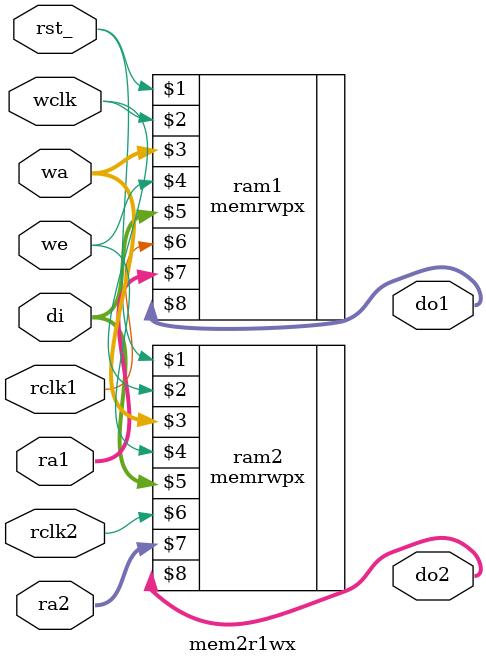
<source format=v>

module mem2r1wx (rst_,wclk,wa,we,di,rclk1,ra1,do1,rclk2,ra2,do2);

parameter ADDRBIT = 9;
parameter DEPTH = 512;
parameter WIDTH = 32;
parameter TYPE = "AUTO";        //This parameter is for synthesis only (Do not remove)
parameter MAXDEPTH = 0;

input               rst_;
input               wclk;
input [ADDRBIT-1:0] wa;
input               we;
input [WIDTH-1:0]   di;
input               rclk1;
input [ADDRBIT-1:0] ra1;
output [WIDTH-1:0]  do1;
input               rclk2;
input [ADDRBIT-1:0] ra2;
output [WIDTH-1:0]  do2;

memrwpx #(ADDRBIT,DEPTH,WIDTH) ram1 (rst_,wclk,wa,we,di,rclk1,ra1,do1);
memrwpx #(ADDRBIT,DEPTH,WIDTH) ram2 (rst_,wclk,wa,we,di,rclk2,ra2,do2);

endmodule


</source>
